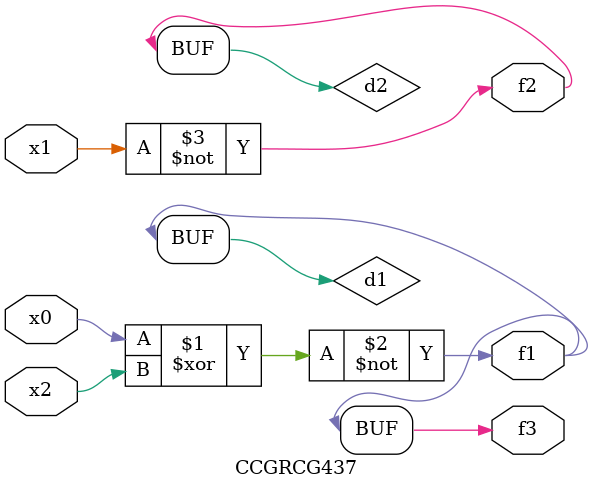
<source format=v>
module CCGRCG437(
	input x0, x1, x2,
	output f1, f2, f3
);

	wire d1, d2, d3;

	xnor (d1, x0, x2);
	nand (d2, x1);
	nor (d3, x1, x2);
	assign f1 = d1;
	assign f2 = d2;
	assign f3 = d1;
endmodule

</source>
